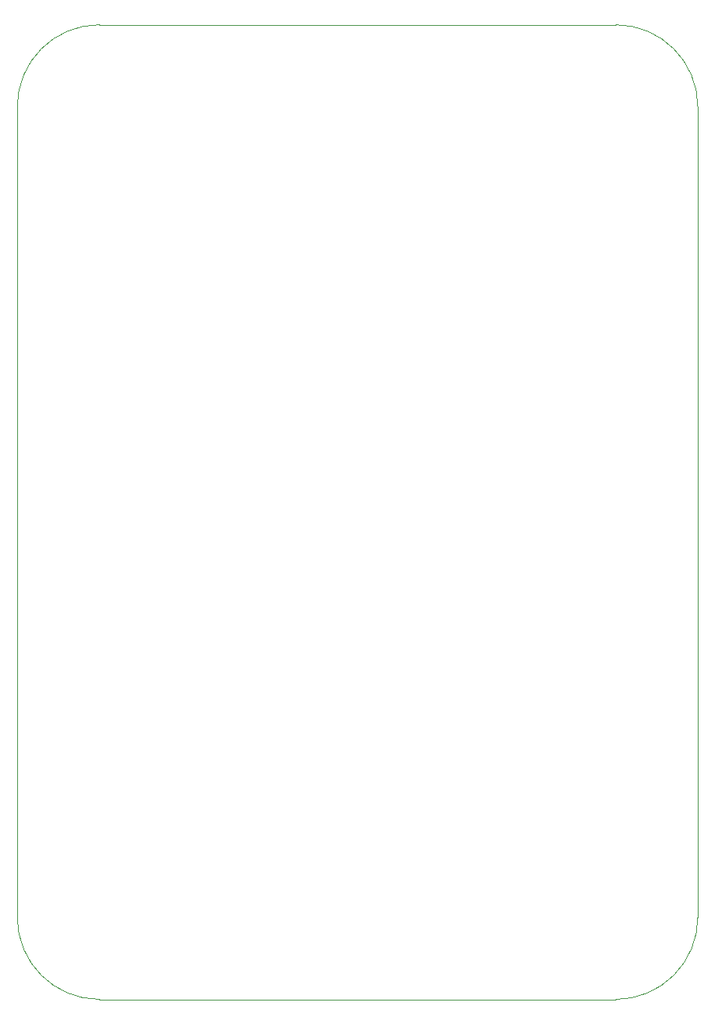
<source format=gbr>
%TF.GenerationSoftware,KiCad,Pcbnew,(5.1.7)-1*%
%TF.CreationDate,2020-10-26T19:11:08+02:00*%
%TF.ProjectId,Opto-Board,4f70746f-2d42-46f6-9172-642e6b696361,rev?*%
%TF.SameCoordinates,Original*%
%TF.FileFunction,Profile,NP*%
%FSLAX46Y46*%
G04 Gerber Fmt 4.6, Leading zero omitted, Abs format (unit mm)*
G04 Created by KiCad (PCBNEW (5.1.7)-1) date 2020-10-26 19:11:08*
%MOMM*%
%LPD*%
G01*
G04 APERTURE LIST*
%TA.AperFunction,Profile*%
%ADD10C,0.050000*%
%TD*%
G04 APERTURE END LIST*
D10*
X50800000Y-156210000D02*
X50800000Y-68580000D01*
X115570000Y-165100000D02*
X59690000Y-165100000D01*
X124460000Y-68580000D02*
X124460000Y-156210000D01*
X59690000Y-59690000D02*
X115570000Y-59690000D01*
X124460000Y-156210000D02*
G75*
G02*
X115570000Y-165100000I-8890000J0D01*
G01*
X59690000Y-165100000D02*
G75*
G02*
X50800000Y-156210000I0J8890000D01*
G01*
X115570000Y-59690000D02*
G75*
G02*
X124460000Y-68580000I0J-8890000D01*
G01*
X50800000Y-68580000D02*
G75*
G02*
X59690000Y-59690000I8890000J0D01*
G01*
M02*

</source>
